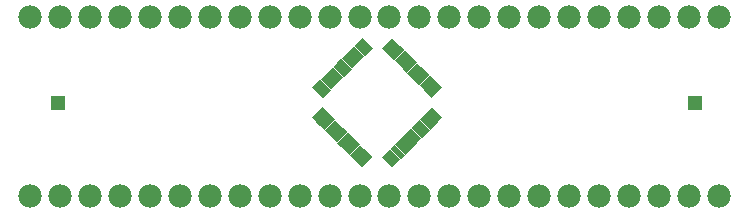
<source format=gts>
G75*
%MOIN*%
%OFA0B0*%
%FSLAX24Y24*%
%IPPOS*%
%LPD*%
%AMOC8*
5,1,8,0,0,1.08239X$1,22.5*
%
%ADD10R,0.0190X0.0490*%
%ADD11C,0.0780*%
%ADD12R,0.0476X0.0476*%
D10*
G36*
X010840Y003595D02*
X010706Y003729D01*
X011052Y004075D01*
X011186Y003941D01*
X010840Y003595D01*
G37*
G36*
X011115Y003319D02*
X010981Y003453D01*
X011327Y003799D01*
X011461Y003665D01*
X011115Y003319D01*
G37*
G36*
X011257Y003178D02*
X011123Y003312D01*
X011469Y003658D01*
X011603Y003524D01*
X011257Y003178D01*
G37*
G36*
X011398Y003036D02*
X011264Y003170D01*
X011610Y003516D01*
X011744Y003382D01*
X011398Y003036D01*
G37*
G36*
X011540Y002895D02*
X011406Y003029D01*
X011752Y003375D01*
X011886Y003241D01*
X011540Y002895D01*
G37*
G36*
X011674Y002760D02*
X011540Y002894D01*
X011886Y003240D01*
X012020Y003106D01*
X011674Y002760D01*
G37*
G36*
X011815Y002619D02*
X011681Y002753D01*
X012027Y003099D01*
X012161Y002965D01*
X011815Y002619D01*
G37*
G36*
X011957Y002477D02*
X011823Y002611D01*
X012169Y002957D01*
X012303Y002823D01*
X011957Y002477D01*
G37*
G36*
X012091Y002343D02*
X011957Y002477D01*
X012303Y002823D01*
X012437Y002689D01*
X012091Y002343D01*
G37*
G36*
X012749Y002689D02*
X012883Y002823D01*
X013229Y002477D01*
X013095Y002343D01*
X012749Y002689D01*
G37*
G36*
X012883Y002823D02*
X013017Y002957D01*
X013363Y002611D01*
X013229Y002477D01*
X012883Y002823D01*
G37*
G36*
X013025Y002965D02*
X013159Y003099D01*
X013505Y002753D01*
X013371Y002619D01*
X013025Y002965D01*
G37*
G36*
X013166Y003106D02*
X013300Y003240D01*
X013646Y002894D01*
X013512Y002760D01*
X013166Y003106D01*
G37*
G36*
X013301Y003241D02*
X013435Y003375D01*
X013781Y003029D01*
X013647Y002895D01*
X013301Y003241D01*
G37*
G36*
X013442Y003382D02*
X013576Y003516D01*
X013922Y003170D01*
X013788Y003036D01*
X013442Y003382D01*
G37*
G36*
X013583Y003524D02*
X013717Y003658D01*
X014063Y003312D01*
X013929Y003178D01*
X013583Y003524D01*
G37*
G36*
X013725Y003665D02*
X013859Y003799D01*
X014205Y003453D01*
X014071Y003319D01*
X013725Y003665D01*
G37*
G36*
X013859Y003799D02*
X013993Y003933D01*
X014339Y003587D01*
X014205Y003453D01*
X013859Y003799D01*
G37*
G36*
X014001Y003941D02*
X014135Y004075D01*
X014481Y003729D01*
X014347Y003595D01*
X014001Y003941D01*
G37*
G36*
X014142Y004082D02*
X014276Y004216D01*
X014622Y003870D01*
X014488Y003736D01*
X014142Y004082D01*
G37*
G36*
X014276Y004216D02*
X014410Y004350D01*
X014756Y004004D01*
X014622Y003870D01*
X014276Y004216D01*
G37*
G36*
X014410Y004662D02*
X014276Y004796D01*
X014622Y005142D01*
X014756Y005008D01*
X014410Y004662D01*
G37*
G36*
X014276Y004797D02*
X014142Y004931D01*
X014488Y005277D01*
X014622Y005143D01*
X014276Y004797D01*
G37*
G36*
X014135Y004938D02*
X014001Y005072D01*
X014347Y005418D01*
X014481Y005284D01*
X014135Y004938D01*
G37*
G36*
X013993Y005080D02*
X013859Y005214D01*
X014205Y005560D01*
X014339Y005426D01*
X013993Y005080D01*
G37*
G36*
X013859Y005214D02*
X013725Y005348D01*
X014071Y005694D01*
X014205Y005560D01*
X013859Y005214D01*
G37*
G36*
X013717Y005355D02*
X013583Y005489D01*
X013929Y005835D01*
X014063Y005701D01*
X013717Y005355D01*
G37*
G36*
X013576Y005497D02*
X013442Y005631D01*
X013788Y005977D01*
X013922Y005843D01*
X013576Y005497D01*
G37*
G36*
X013435Y005638D02*
X013301Y005772D01*
X013647Y006118D01*
X013781Y005984D01*
X013435Y005638D01*
G37*
G36*
X013300Y005773D02*
X013166Y005907D01*
X013512Y006253D01*
X013646Y006119D01*
X013300Y005773D01*
G37*
G36*
X013159Y005914D02*
X013025Y006048D01*
X013371Y006394D01*
X013505Y006260D01*
X013159Y005914D01*
G37*
G36*
X013017Y006055D02*
X012883Y006189D01*
X013229Y006535D01*
X013363Y006401D01*
X013017Y006055D01*
G37*
G36*
X011823Y006401D02*
X011957Y006535D01*
X012303Y006189D01*
X012169Y006055D01*
X011823Y006401D01*
G37*
G36*
X011957Y006536D02*
X012091Y006670D01*
X012437Y006324D01*
X012303Y006190D01*
X011957Y006536D01*
G37*
G36*
X011681Y006260D02*
X011815Y006394D01*
X012161Y006048D01*
X012027Y005914D01*
X011681Y006260D01*
G37*
G36*
X011540Y006119D02*
X011674Y006253D01*
X012020Y005907D01*
X011886Y005773D01*
X011540Y006119D01*
G37*
G36*
X011406Y005984D02*
X011540Y006118D01*
X011886Y005772D01*
X011752Y005638D01*
X011406Y005984D01*
G37*
G36*
X011264Y005843D02*
X011398Y005977D01*
X011744Y005631D01*
X011610Y005497D01*
X011264Y005843D01*
G37*
G36*
X011123Y005701D02*
X011257Y005835D01*
X011603Y005489D01*
X011469Y005355D01*
X011123Y005701D01*
G37*
G36*
X010981Y005560D02*
X011115Y005694D01*
X011461Y005348D01*
X011327Y005214D01*
X010981Y005560D01*
G37*
G36*
X010847Y005426D02*
X010981Y005560D01*
X011327Y005214D01*
X011193Y005080D01*
X010847Y005426D01*
G37*
G36*
X010706Y005284D02*
X010840Y005418D01*
X011186Y005072D01*
X011052Y004938D01*
X010706Y005284D01*
G37*
G36*
X010564Y005143D02*
X010698Y005277D01*
X011044Y004931D01*
X010910Y004797D01*
X010564Y005143D01*
G37*
G36*
X010430Y005008D02*
X010564Y005142D01*
X010910Y004796D01*
X010776Y004662D01*
X010430Y005008D01*
G37*
G36*
X010564Y003870D02*
X010430Y004004D01*
X010776Y004350D01*
X010910Y004216D01*
X010564Y003870D01*
G37*
G36*
X010698Y003736D02*
X010564Y003870D01*
X010910Y004216D01*
X011044Y004082D01*
X010698Y003736D01*
G37*
G36*
X010981Y003453D02*
X010847Y003587D01*
X011193Y003933D01*
X011327Y003799D01*
X010981Y003453D01*
G37*
G36*
X012883Y006190D02*
X012749Y006324D01*
X013095Y006670D01*
X013229Y006536D01*
X012883Y006190D01*
G37*
D11*
X000999Y001380D03*
X001999Y001380D03*
X002999Y001380D03*
X003999Y001380D03*
X004999Y001380D03*
X005999Y001380D03*
X006999Y001380D03*
X007999Y001380D03*
X008999Y001380D03*
X009999Y001380D03*
X010999Y001380D03*
X011999Y001380D03*
X012967Y001380D03*
X013967Y001380D03*
X014967Y001380D03*
X015967Y001380D03*
X016967Y001380D03*
X017967Y001380D03*
X018967Y001380D03*
X019967Y001380D03*
X020967Y001380D03*
X021967Y001380D03*
X022967Y001380D03*
X023967Y001380D03*
X023967Y007365D03*
X022967Y007365D03*
X021967Y007365D03*
X020967Y007365D03*
X019967Y007365D03*
X018967Y007365D03*
X017967Y007365D03*
X016967Y007365D03*
X015967Y007365D03*
X014967Y007365D03*
X013967Y007365D03*
X012967Y007365D03*
X011999Y007365D03*
X010999Y007365D03*
X009999Y007365D03*
X008999Y007365D03*
X007999Y007365D03*
X006999Y007365D03*
X005999Y007365D03*
X004999Y007365D03*
X003999Y007365D03*
X002999Y007365D03*
X001999Y007365D03*
X000999Y007365D03*
D12*
X001932Y004491D03*
X023191Y004491D03*
M02*

</source>
